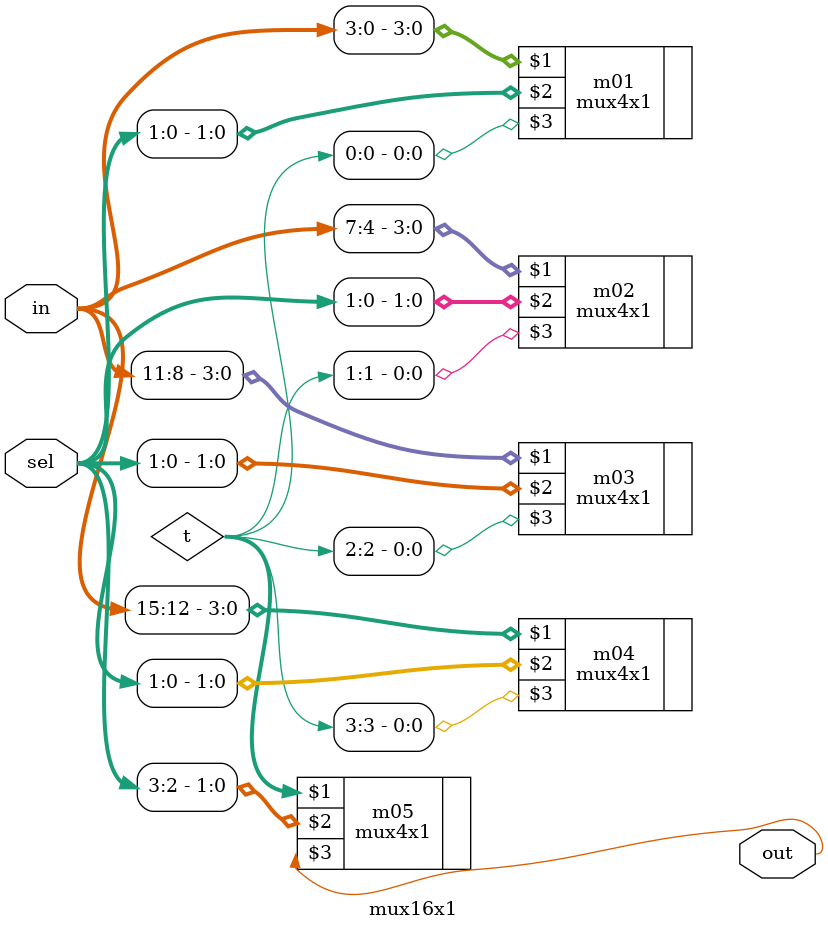
<source format=v>
`timescale 1ns / 1ps


module mux16x1(in,sel,out);
    input [15:0]in;
    input [3:0]sel;
    output out;

    wire [3:0]t;
    
    mux4x1 m01(in[3:0],sel[1:0],t[0]);
    mux4x1 m02(in[7:4],sel[1:0],t[1]);
    mux4x1 m03(in[11:8],sel[1:0],t[2]);
    mux4x1 m04(in[15:12],sel[1:0],t[3]);
    mux4x1 m05(t,sel[3:2],out);
endmodule

</source>
